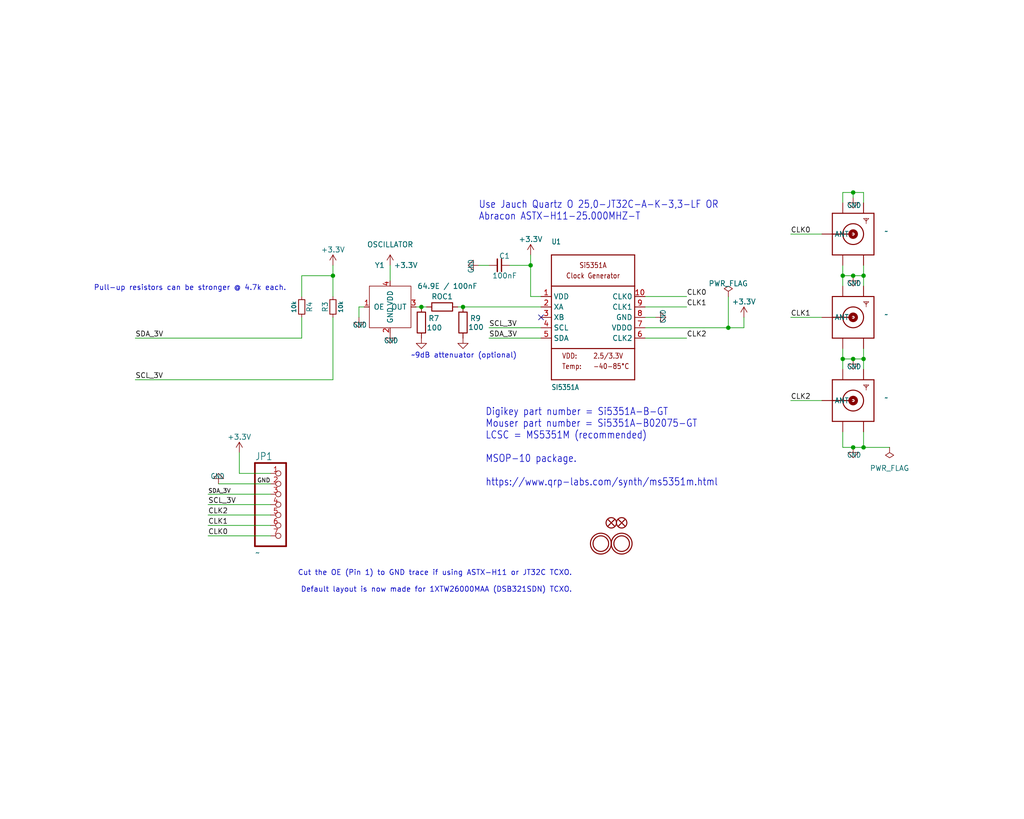
<source format=kicad_sch>
(kicad_sch (version 20221206) (generator eeschema)
  (paper "User" 250.012 200)
  (title_block (date "2023-01-04"))
  (lib_symbols
    (symbol "Adafruit Si5351A-eagle-import:FIDUCIAL{dblquote}{dblquote}"
      (symbol "FIDUCIAL{dblquote}{dblquote}_1_0"
        (polyline (pts (xy -0.762 0.762) (xy 0.762 -0.762)) (stroke (width 0.254)))
        (polyline (pts (xy 0.762 0.762) (xy -0.762 -0.762)) (stroke (width 0.254)))
        (circle (center 0 0) (radius 1.27) (stroke (width 0.254)))
      )
    )
    (symbol "Adafruit Si5351A-eagle-import:HEADER-1X7THICKER"
      (property "Reference" "JP" (at -6.35 10.795 0))
      (symbol "HEADER-1X7THICKER_1_0"
        (polyline (pts (xy -6.35 -10.16) (xy 1.27 -10.16)) (stroke (width 0.4064)))
        (polyline (pts (xy -6.35 10.16) (xy -6.35 -10.16)) (stroke (width 0.4064)))
        (polyline (pts (xy 1.27 -10.16) (xy 1.27 10.16)) (stroke (width 0.4064)))
        (polyline (pts (xy 1.27 10.16) (xy -6.35 10.16)) (stroke (width 0.4064)))
        (pin passive inverted (at -2.54 7.62 0) (length 2.54) (name "1") (number "1"))
        (pin passive inverted (at -2.54 5.08 0) (length 2.54) (name "2") (number "2"))
        (pin passive inverted (at -2.54 2.54 0) (length 2.54) (name "3") (number "3"))
        (pin passive inverted (at -2.54 0 0) (length 2.54) (name "4") (number "4"))
        (pin passive inverted (at -2.54 -2.54 0) (length 2.54) (name "5") (number "5"))
        (pin passive inverted (at -2.54 -5.08 0) (length 2.54) (name "6") (number "6"))
        (pin passive inverted (at -2.54 -7.62 0) (length 2.54) (name "7") (number "7"))
      )
    )
    (symbol "Adafruit Si5351A-eagle-import:MOUNTINGHOLE2.5"
      (symbol "MOUNTINGHOLE2.5_1_0"
        (circle (center 0 0) (radius 1.905) (stroke (width 0.254)))
        (circle (center 0 0) (radius 2.54) (stroke (width 0.254)))
      )
    )
    (symbol "Adafruit Si5351A-eagle-import:SI5351A"
      (property "Reference" "U" (at -10.16 17.78 0))
      (symbol "SI5351A_1_0"
        (polyline (pts (xy -10.16 -15.24) (xy 10.16 -15.24)) (stroke (width 0.254)))
        (polyline (pts (xy -10.16 -7.62) (xy -10.16 -15.24)) (stroke (width 0.254)))
        (polyline (pts (xy -10.16 -7.62) (xy -10.16 7.62)) (stroke (width 0.254)))
        (polyline (pts (xy -10.16 7.62) (xy -10.16 15.24)) (stroke (width 0.254)))
        (polyline (pts (xy -10.16 7.62) (xy 10.16 7.62)) (stroke (width 0.254)))
        (polyline (pts (xy -10.16 15.24) (xy 10.16 15.24)) (stroke (width 0.254)))
        (polyline (pts (xy 10.16 -15.24) (xy 10.16 -7.62)) (stroke (width 0.254)))
        (polyline (pts (xy 10.16 -7.62) (xy -10.16 -7.62)) (stroke (width 0.254)))
        (polyline (pts (xy 10.16 7.62) (xy 10.16 -7.62)) (stroke (width 0.254)))
        (polyline (pts (xy 10.16 15.24) (xy 10.16 7.62)) (stroke (width 0.254)))
        (text "-40-85°C" (at 0 -12.7 0) (effects (font (size 1.27 1.0795)) (justify left bottom)))
        (text "2.5/3.3V" (at 0 -10.16 0) (effects (font (size 1.27 1.0795)) (justify left bottom)))
        (text "Clock Generator" (at 0 10.16 0) (effects (font (size 1.27 1.0795))))
        (text "Si5351A" (at 0 12.7 0) (effects (font (size 1.27 1.0795))))
        (text "Temp:" (at -7.62 -12.7 0) (effects (font (size 1.27 1.0795)) (justify left bottom)))
        (text "VDD:" (at -7.62 -10.16 0) (effects (font (size 1.27 1.0795)) (justify left bottom)))
        (pin power_in line (at -12.7 5.08 0) (length 2.54) (name "VDD") (number "1"))
        (pin output line (at 12.7 5.08 180) (length 2.54) (name "CLK0") (number "10"))
        (pin input line (at -12.7 2.54 0) (length 2.54) (name "XA") (number "2"))
        (pin input line (at -12.7 0 0) (length 2.54) (name "XB") (number "3"))
        (pin input line (at -12.7 -2.54 0) (length 2.54) (name "SCL") (number "4"))
        (pin bidirectional line (at -12.7 -5.08 0) (length 2.54) (name "SDA") (number "5"))
        (pin output line (at 12.7 -5.08 180) (length 2.54) (name "CLK2") (number "6"))
        (pin power_in line (at 12.7 -2.54 180) (length 2.54) (name "VDDO") (number "7"))
        (pin power_in line (at 12.7 0 180) (length 2.54) (name "GND") (number "8"))
        (pin output line (at 12.7 2.54 180) (length 2.54) (name "CLK1") (number "9"))
      )
    )
    (symbol "Adafruit Si5351A-eagle-import:SMACONNECTOR_EDGE"
      (property "Reference" "X" (at 7.62 2.54 0))
      (symbol "SMACONNECTOR_EDGE_1_0"
        (polyline (pts (xy -5.08 -5.08) (xy -5.08 0)) (stroke (width 0.254)))
        (polyline (pts (xy -5.08 0) (xy -5.08 5.08)) (stroke (width 0.254)))
        (polyline (pts (xy -5.08 0) (xy 0 0)) (stroke (width 0.254)))
        (polyline (pts (xy -5.08 5.08) (xy 5.08 5.08)) (stroke (width 0.254)))
        (polyline (pts (xy 2.54 3.81) (xy 3.175 3.81)) (stroke (width 0.127)))
        (polyline (pts (xy 3.175 3.175) (xy 2.54 3.81)) (stroke (width 0.127)))
        (polyline (pts (xy 3.175 3.81) (xy 3.175 2.54)) (stroke (width 0.127)))
        (polyline (pts (xy 3.175 3.81) (xy 3.81 3.81)) (stroke (width 0.127)))
        (polyline (pts (xy 3.81 3.81) (xy 3.175 3.175)) (stroke (width 0.127)))
        (polyline (pts (xy 5.08 -5.08) (xy -5.08 -5.08)) (stroke (width 0.254)))
        (polyline (pts (xy 5.08 5.08) (xy 5.08 -5.08)) (stroke (width 0.254)))
        (circle (center 0 0) (radius 0.3592) (stroke (width 0.8128)))
        (circle (center 0 0) (radius 2.54) (stroke (width 0.254)))
        (pin power_in line (at 2.54 -7.62 90) (length 2.54) (name "GND4") (number "GND@1"))
        (pin power_in line (at -2.54 -7.62 90) (length 2.54) (name "GND3") (number "GND@2"))
        (pin power_in line (at 2.54 7.62 270) (length 2.54) (name "GND2") (number "GND@3"))
        (pin power_in line (at -2.54 7.62 270) (length 2.54) (name "GND1") (number "GND@4"))
        (pin bidirectional line (at -7.62 0 0) (length 2.54) (name "ANT") (number "P"))
      )
    )
    (symbol "Device:C_Small" (pin_numbers hide) (pin_names (offset 0.254) hide)
      (property "Reference" "C" (at 0.254 1.778 0))
      (property "Value" "C_Small" (at 0.254 -2.032 0))
      (symbol "C_Small_0_1"
        (polyline (pts (xy -1.524 -0.508) (xy 1.524 -0.508)) (stroke (width 0.3302)))
        (polyline (pts (xy -1.524 0.508) (xy 1.524 0.508)) (stroke (width 0.3048)))
      )
      (symbol "C_Small_1_1"
        (pin passive line (at 0 2.54 270) (length 2.032) (name "~") (number "1"))
        (pin passive line (at 0 -2.54 90) (length 2.032) (name "~") (number "2"))
      )
    )
    (symbol "Device:R" (pin_numbers hide) (pin_names (offset 0))
      (property "Reference" "R" (at 2.032 0 90))
      (property "Value" "R" (at 0 0 90))
      (symbol "R_0_1"
        (rectangle (start -1.016 -2.54) (end 1.016 2.54) (stroke (width 0.254)))
      )
      (symbol "R_1_1"
        (pin passive line (at 0 3.81 270) (length 1.27) (name "~") (number "1"))
        (pin passive line (at 0 -3.81 90) (length 1.27) (name "~") (number "2"))
      )
    )
    (symbol "Device:R_Small" (pin_numbers hide) (pin_names (offset 0.254) hide)
      (property "Reference" "R" (at 0.762 0.508 0))
      (property "Value" "R_Small" (at 0.762 -1.016 0))
      (symbol "R_Small_0_1"
        (rectangle (start -0.762 1.778) (end 0.762 -1.778) (stroke (width 0.2032)))
      )
      (symbol "R_Small_1_1"
        (pin passive line (at 0 2.54 270) (length 0.762) (name "~") (number "1"))
        (pin passive line (at 0 -2.54 90) (length 0.762) (name "~") (number "2"))
      )
    )
    (symbol "EtherkitKicadLibrary:OSCILLATOR" (pin_names (offset 1.016))
      (property "Reference" "U" (at -12.192 8.509 0))
      (property "Value" "OSCILLATOR" (at -7.747 6.477 0))
      (symbol "OSCILLATOR_0_1"
        (rectangle (start -5.08 5.08) (end 5.08 -5.08))
      )
      (symbol "OSCILLATOR_1_1"
        (pin passive line (at -6.35 0 0) (length 1.27) (name "OE") (number "1"))
        (pin passive line (at 0 -6.35 90) (length 1.27) (name "GND") (number "2"))
        (pin passive line (at 6.35 0 180) (length 1.27) (name "OUT") (number "3"))
        (pin passive line (at 0 6.35 270) (length 1.27) (name "VDD") (number "4"))
      )
    )
    (symbol "power:+3.3V" (power) (pin_names (offset 0))
      (property "Value" "+3.3V" (at 0 3.556 0))
      (symbol "+3.3V_0_1"
        (polyline (pts (xy -0.762 1.27) (xy 0 2.54)))
        (polyline (pts (xy 0 0) (xy 0 2.54)))
        (polyline (pts (xy 0 2.54) (xy 0.762 1.27)))
      )
      (symbol "+3.3V_1_1"
        (pin power_in line (at 0 0 90) (length 0) hide (name "+3.3V") (number "1"))
      )
    )
    (symbol "power:GND" (power) (pin_names (offset 0))
      (property "Value" "GND" (at 0 -3.81 0))
      (symbol "GND_0_1"
        (polyline (pts (xy 0 0) (xy 0 -1.27) (xy 1.27 -1.27) (xy 0 -2.54) (xy -1.27 -1.27) (xy 0 -1.27)))
      )
      (symbol "GND_1_1"
        (pin power_in line (at 0 0 270) (length 0) hide (name "GND") (number "1"))
      )
    )
    (symbol "power:PWR_FLAG" (power) (pin_numbers hide) (pin_names (offset 0) hide)
      (property "Value" "PWR_FLAG" (at 0 3.81 0))
      (symbol "PWR_FLAG_0_0"
        (pin power_out line (at 0 0 90) (length 0) (name "pwr") (number "1"))
      )
      (symbol "PWR_FLAG_0_1"
        (polyline (pts (xy 0 0) (xy 0 1.27) (xy -1.016 1.905) (xy 0 2.54) (xy 1.016 1.905) (xy 0 1.27)))
      )
    )
  )
  (junction (at 208.28 46.99))
  (junction (at 102.87 74.93))
  (junction (at 210.82 67.31))
  (junction (at 208.28 67.31))
  (junction (at 208.28 109.22))
  (junction (at 81.28 67.31))
  (junction (at 205.74 87.63))
  (junction (at 210.82 87.63))
  (junction (at 210.82 109.22))
  (junction (at 177.8 80.01))
  (junction (at 208.28 87.63))
  (junction (at 129.54 64.77))
  (junction (at 113.03 74.93))
  (junction (at 205.74 67.31))
  (no_connect (at 132.08 77.47))
  (wire (pts (xy 81.28 77.47) (xy 81.28 92.71)))
  (wire (pts (xy 124.46 64.77) (xy 129.54 64.77)))
  (wire (pts (xy 200.66 77.47) (xy 193.04 77.47)))
  (wire (pts (xy 205.74 67.31) (xy 208.28 67.31)))
  (wire (pts (xy 210.82 85.09) (xy 210.82 87.63)))
  (wire (pts (xy 205.74 109.22) (xy 208.28 109.22)))
  (wire (pts (xy 73.66 67.31) (xy 81.28 67.31)))
  (wire (pts (xy 210.82 64.77) (xy 210.82 67.31)))
  (wire (pts (xy 205.74 46.99) (xy 208.28 46.99)))
  (wire (pts (xy 205.74 64.77) (xy 205.74 67.31)))
  (wire (pts (xy 50.8 123.19) (xy 66.04 123.19)))
  (wire (pts (xy 73.66 67.31) (xy 73.66 72.39)))
  (wire (pts (xy 210.82 67.31) (xy 210.82 69.85)))
  (wire (pts (xy 177.8 72.39) (xy 177.8 80.01)))
  (wire (pts (xy 157.48 80.01) (xy 177.8 80.01)))
  (wire (pts (xy 113.03 74.93) (xy 132.08 74.93)))
  (wire (pts (xy 208.28 46.99) (xy 208.28 48.26)))
  (wire (pts (xy 58.42 110.49) (xy 58.42 115.57)))
  (wire (pts (xy 132.08 82.55) (xy 119.38 82.55)))
  (wire (pts (xy 129.54 62.23) (xy 129.54 64.77)))
  (wire (pts (xy 119.38 64.77) (xy 116.84 64.77)))
  (wire (pts (xy 210.82 87.63) (xy 210.82 90.17)))
  (wire (pts (xy 208.28 67.31) (xy 210.82 67.31)))
  (wire (pts (xy 111.76 74.93) (xy 113.03 74.93)))
  (wire (pts (xy 81.28 67.31) (xy 81.28 64.77)))
  (wire (pts (xy 205.74 46.99) (xy 205.74 49.53)))
  (wire (pts (xy 205.74 85.09) (xy 205.74 87.63)))
  (wire (pts (xy 81.28 67.31) (xy 81.28 72.39)))
  (wire (pts (xy 66.04 125.73) (xy 50.8 125.73)))
  (wire (pts (xy 66.04 128.27) (xy 50.8 128.27)))
  (wire (pts (xy 200.66 97.79) (xy 193.04 97.79)))
  (wire (pts (xy 205.74 105.41) (xy 205.74 109.22)))
  (wire (pts (xy 205.74 87.63) (xy 208.28 87.63)))
  (wire (pts (xy 53.34 118.11) (xy 66.04 118.11)))
  (wire (pts (xy 177.8 80.01) (xy 181.61 80.01)))
  (wire (pts (xy 33.02 82.55) (xy 73.66 82.55)))
  (wire (pts (xy 101.6 74.93) (xy 102.87 74.93)))
  (wire (pts (xy 157.48 72.39) (xy 167.64 72.39)))
  (wire (pts (xy 210.82 105.41) (xy 210.82 109.22)))
  (wire (pts (xy 132.08 72.39) (xy 129.54 72.39)))
  (wire (pts (xy 50.8 120.65) (xy 66.04 120.65)))
  (wire (pts (xy 102.87 74.93) (xy 104.14 74.93)))
  (wire (pts (xy 87.63 77.47) (xy 87.63 74.93)))
  (wire (pts (xy 200.66 57.15) (xy 193.04 57.15)))
  (wire (pts (xy 210.82 109.22) (xy 217.17 109.22)))
  (wire (pts (xy 132.08 80.01) (xy 119.38 80.01)))
  (wire (pts (xy 208.28 46.99) (xy 210.82 46.99)))
  (wire (pts (xy 205.74 67.31) (xy 205.74 69.85)))
  (wire (pts (xy 208.28 87.63) (xy 210.82 87.63)))
  (wire (pts (xy 129.54 64.77) (xy 129.54 72.39)))
  (wire (pts (xy 157.48 82.55) (xy 167.64 82.55)))
  (wire (pts (xy 87.63 74.93) (xy 88.9 74.93)))
  (wire (pts (xy 33.02 92.71) (xy 81.28 92.71)))
  (wire (pts (xy 181.61 77.47) (xy 181.61 80.01)))
  (wire (pts (xy 210.82 46.99) (xy 210.82 49.53)))
  (wire (pts (xy 208.28 109.22) (xy 210.82 109.22)))
  (wire (pts (xy 95.25 64.77) (xy 95.25 68.58)))
  (wire (pts (xy 157.48 77.47) (xy 160.02 77.47)))
  (wire (pts (xy 205.74 87.63) (xy 205.74 90.17)))
  (wire (pts (xy 157.48 74.93) (xy 167.64 74.93)))
  (wire (pts (xy 73.66 77.47) (xy 73.66 82.55)))
  (wire (pts (xy 66.04 130.81) (xy 50.8 130.81)))
  (wire (pts (xy 66.04 115.57) (xy 58.42 115.57)))
  (text "~9dB attenuator (optional)" (at 100.33 87.63 0) (effects (font (size 1.27 1.27)) (justify left bottom)))
  (text "Use Jauch Quartz O 25,0-JT32C-A-K-3,3-LF OR\nAbracon ASTX-H11-25.000MHZ-T\n" (at 116.84 53.975 0) (effects (font (size 1.778 1.5113)) (justify left bottom)))
  (text "Cut the OE (Pin 1) to GND trace if using ASTX-H11 or JT32C TCXO.\n\nDefault layout is now made for 1XTW26000MAA (DSB321SDN) TCXO." (at 139.7 144.78 0) (effects (font (size 1.27 1.27)) (justify right bottom)))
  (text "Pull-up resistors can be stronger @ 4.7k each." (at 22.86 71.12 0) (effects (font (size 1.27 1.27)) (justify left bottom)))
  (text "Digikey part number = Si5351A-B-GT\nMouser part number = Si5351A-B02075-GT\nLCSC = MS5351M (recommended)\n\nMSOP-10 package.\n\nhttps://www.qrp-labs.com/synth/ms5351m.html" (at 118.491 118.872 0) (effects (font (size 1.778 1.5113)) (justify left bottom)))
  (label "SCL_3V" (at 33.02 92.71 0) (effects (font (size 1.2446 1.2446))))
  (label "GND" (at 66.04 118.11 180) (effects (font (size 1.016 1.016))))
  (label "SDA_3V" (at 119.38 82.55 0) (effects (font (size 1.2446 1.2446))))
  (label "CLK1" (at 193.04 77.47 0) (effects (font (size 1.2446 1.2446))))
  (label "SCL_3V" (at 50.8 123.19 0) (effects (font (size 1.2446 1.2446))))
  (label "CLK2" (at 50.8 125.73 0) (effects (font (size 1.2446 1.2446))))
  (label "CLK2" (at 193.04 97.79 0) (effects (font (size 1.2446 1.2446))))
  (label "CLK1" (at 50.8 128.27 0) (effects (font (size 1.2446 1.2446))))
  (label "SDA_3V" (at 50.8 120.65 0) (effects (font (size 1 1))))
  (label "CLK0" (at 50.8 130.81 0) (effects (font (size 1.2446 1.2446))))
  (label "SCL_3V" (at 119.38 80.01 0) (effects (font (size 1.2446 1.2446))))
  (label "CLK2" (at 167.64 82.55 0) (effects (font (size 1.2446 1.2446))))
  (label "CLK1" (at 167.64 74.93 0) (effects (font (size 1.2446 1.2446))))
  (label "CLK0" (at 167.64 72.39 0) (effects (font (size 1.2446 1.2446))))
  (label "SDA_3V" (at 33.02 82.55 0) (effects (font (size 1.2446 1.2446))))
  (label "CLK0" (at 193.04 57.15 0) (effects (font (size 1.2446 1.2446))))
  (symbol (lib_id "Adafruit Si5351A-eagle-import:HEADER-1X7THICKER") (at 68.58 123.19 0) (unit 1)
    (property "Reference" "JP1" (at 62.23 112.395 0) (effects (font (size 1.778 1.5113)) (justify left bottom)))
    (property "Value" "~" (at 62.23 135.89 0) (effects (font (size 1.778 1.5113)) (justify left bottom)))
    (property "Footprint" "Adafruit Si5351A:1X07_ROUND_76" (effects hide))
  )
  (symbol (lib_id "power:GND") (at 208.28 87.63 0) (unit 1)
    (property "Reference" "#U$07" (effects hide))
    (property "Value" "~" (at 206.756 90.17 0) (effects (font (size 1.27 1.0795)) (justify left bottom)))
    (property "Footprint" "Adafruit Si5351A:" (effects hide))
  )
  (symbol (lib_id "Adafruit Si5351A-eagle-import:FIDUCIAL{dblquote}{dblquote}") (at 149.225 127.635 0) (unit 1)
    (property "Reference" "FID2" (effects hide))
    (property "Footprint" "Fiducial:Fiducial_1mm_Mask2mm" (effects hide))
  )
  (symbol (lib_id "power:GND") (at 102.87 82.55 0) (unit 1)
    (property "Reference" "#PWR024" (effects hide))
    (property "Value" "GND" (effects hide))
  )
  (symbol (lib_id "Adafruit Si5351A-eagle-import:SI5351A") (at 144.78 77.47 0) (unit 1)
    (property "Reference" "U1" (at 134.62 59.69 0) (effects (font (size 1.27 1.0795)) (justify left bottom)))
    (property "Value" "SI5351A" (at 134.62 95.25 0) (effects (font (size 1.27 1.0795)) (justify left bottom)))
    (property "Footprint" "Package_SO:MSOP-10_3x3mm_P0.5mm" (effects hide))
  )
  (symbol (lib_id "power:+3.3V") (at 81.28 64.77 0) (unit 1)
    (property "Reference" "#PWR01" (effects hide))
    (property "Value" "+3.3V" (at 81.28 60.96 0))
  )
  (symbol (lib_id "Adafruit Si5351A-eagle-import:SMACONNECTOR_EDGE") (at 208.28 97.79 0) (unit 1)
    (property "Reference" "X3" (effects hide))
    (property "Value" "~" (at 215.9 97.79 0) (effects (font (size 1.27 1.0795)) (justify left bottom)))
    (property "Footprint" "footprints:SMA_EDGELAUNCH_Same" (effects hide))
  )
  (symbol (lib_id "Adafruit Si5351A-eagle-import:SMACONNECTOR_EDGE") (at 208.28 57.15 0) (unit 1)
    (property "Reference" "X1" (effects hide))
    (property "Value" "~" (at 215.9 57.15 0) (effects (font (size 1.27 1.0795)) (justify left bottom)))
    (property "Footprint" "footprints:SMA_EDGELAUNCH_Same" (effects hide))
  )
  (symbol (lib_id "Device:R_Small") (at 73.66 74.93 180) (unit 1)
    (property "Reference" "R4" (at 75.565 74.93 90))
    (property "Value" "10k" (at 71.755 74.93 90) (effects (font (size 1.016 1.016) bold)))
    (property "Footprint" "Resistor_SMD:R_0805_2012Metric_Pad1.20x1.40mm_HandSolder" (effects hide))
  )
  (symbol (lib_id "Adafruit Si5351A-eagle-import:MOUNTINGHOLE2.5") (at 151.765 132.715 0) (unit 1)
    (property "Reference" "H2" (effects hide))
    (property "Value" "MOUNTINGHOLE2.5" (effects hide))
    (property "Footprint" "MountingHole:MountingHole_2.5mm" (effects hide))
  )
  (symbol (lib_id "power:+3.3V") (at 181.61 77.47 0) (unit 1)
    (property "Reference" "#PWR03" (effects hide))
    (property "Value" "+3.3V" (at 181.61 73.66 0))
  )
  (symbol (lib_id "power:GND") (at 160.02 77.47 90) (unit 1)
    (property "Reference" "#U$03" (effects hide))
    (property "Value" "~" (at 162.56 78.994 0) (effects (font (size 1.27 1.0795)) (justify left bottom)))
    (property "Footprint" "Adafruit Si5351A:" (effects hide))
  )
  (symbol (lib_id "Device:R") (at 113.03 78.74 0) (unit 1)
    (property "Reference" "R9" (at 116.078 77.724 0))
    (property "Value" "100" (at 116.205 79.883 0))
    (property "Footprint" "Resistor_SMD:R_0805_2012Metric" (effects hide))
  )
  (symbol (lib_id "power:+3.3V") (at 58.42 110.49 0) (unit 1)
    (property "Reference" "#PWR0101" (effects hide))
    (property "Value" "+3.3V" (at 58.42 106.68 0))
  )
  (symbol (lib_id "EtherkitKicadLibrary:OSCILLATOR") (at 95.25 74.93 0) (unit 1)
    (property "Reference" "Y1" (at 92.71 64.77 0))
    (property "Value" "OSCILLATOR" (at 95.25 59.69 0))
    (property "Footprint" "footprints:XTAL_ASTX-H11-25.000MHZ-T-Same" (effects hide))
  )
  (symbol (lib_id "Device:R") (at 102.87 78.74 0) (unit 1)
    (property "Reference" "R7" (at 105.918 77.724 0))
    (property "Value" "100" (at 106.045 80.01 0))
    (property "Footprint" "Resistor_SMD:R_0805_2012Metric" (effects hide))
  )
  (symbol (lib_id "power:GND") (at 53.34 118.11 180) (unit 1)
    (property "Reference" "#U$021" (effects hide))
    (property "Value" "~" (at 54.864 115.57 0) (effects (font (size 1.27 1.0795)) (justify left bottom)))
    (property "Footprint" "Adafruit Si5351A:" (effects hide))
  )
  (symbol (lib_id "power:GND") (at 208.28 48.26 0) (unit 1)
    (property "Reference" "#U$09" (effects hide))
    (property "Value" "~" (at 206.756 50.8 0) (effects (font (size 1.27 1.0795)) (justify left bottom)))
    (property "Footprint" "Adafruit Si5351A:" (effects hide))
  )
  (symbol (lib_id "Device:C_Small") (at 121.92 64.77 270) (unit 1)
    (property "Reference" "C1" (at 123.17 62.48 90))
    (property "Value" "100nF" (at 123.19 67.31 90))
    (property "Footprint" "Capacitor_SMD:C_0805_2012Metric_Pad1.18x1.45mm_HandSolder" (effects hide))
  )
  (symbol (lib_id "Adafruit Si5351A-eagle-import:FIDUCIAL{dblquote}{dblquote}") (at 151.765 127.635 0) (unit 1)
    (property "Reference" "FID1" (effects hide))
    (property "Footprint" "Fiducial:Fiducial_1mm_Mask2mm" (effects hide))
  )
  (symbol (lib_id "Device:R") (at 107.95 74.93 90) (unit 1)
    (property "Reference" "ROC1" (at 107.95 72.39 90))
    (property "Value" "64.9E / 100nF" (at 109.22 69.85 90))
    (property "Footprint" "Resistor_SMD:R_0805_2012Metric" (effects hide))
  )
  (symbol (lib_id "power:+3.3V") (at 95.25 64.77 0) (unit 1)
    (property "Reference" "#PWR0102" (effects hide))
    (property "Value" "+3.3V" (at 99.06 64.77 0))
  )
  (symbol (lib_id "power:PWR_FLAG") (at 217.17 109.22 180) (unit 1)
    (property "Reference" "#FLG01" (effects hide))
    (property "Value" "PWR_FLAG" (at 217.17 114.3 0))
  )
  (symbol (lib_id "power:GND") (at 87.63 77.47 0) (unit 1)
    (property "Reference" "#U$0102" (effects hide))
    (property "Value" "~" (at 86.106 80.01 0) (effects (font (size 1.27 1.0795)) (justify left bottom)))
    (property "Footprint" "Adafruit Si5351A:" (effects hide))
  )
  (symbol (lib_id "power:GND") (at 208.28 109.22 0) (unit 1)
    (property "Reference" "#U$06" (effects hide))
    (property "Value" "~" (at 206.756 111.76 0) (effects (font (size 1.27 1.0795)) (justify left bottom)))
    (property "Footprint" "Adafruit Si5351A:" (effects hide))
  )
  (symbol (lib_id "power:GND") (at 116.84 64.77 270) (unit 1)
    (property "Reference" "#U$0101" (effects hide))
    (property "Value" "~" (at 114.3 63.246 0) (effects (font (size 1.27 1.0795)) (justify left bottom)))
    (property "Footprint" "Adafruit Si5351A:" (effects hide))
  )
  (symbol (lib_id "Device:R_Small") (at 81.28 74.93 180) (unit 1)
    (property "Reference" "R3" (at 79.375 74.93 90))
    (property "Value" "10k" (at 83.185 74.93 90) (effects (font (size 1.016 1.016) bold)))
    (property "Footprint" "Resistor_SMD:R_0805_2012Metric_Pad1.20x1.40mm_HandSolder" (effects hide))
  )
  (symbol (lib_id "power:GND") (at 95.25 81.28 0) (unit 1)
    (property "Reference" "#U$04" (effects hide))
    (property "Value" "~" (at 93.726 83.82 0) (effects (font (size 1.27 1.0795)) (justify left bottom)))
    (property "Footprint" "Adafruit Si5351A:" (effects hide))
  )
  (symbol (lib_id "power:PWR_FLAG") (at 177.8 72.39 0) (unit 1)
    (property "Reference" "#FLG0101" (effects hide))
    (property "Value" "PWR_FLAG" (at 177.8 69.215 0))
  )
  (symbol (lib_id "Adafruit Si5351A-eagle-import:SMACONNECTOR_EDGE") (at 208.28 77.47 0) (unit 1)
    (property "Reference" "X2" (effects hide))
    (property "Value" "~" (at 215.9 77.47 0) (effects (font (size 1.27 1.0795)) (justify left bottom)))
    (property "Footprint" "footprints:SMA_EDGELAUNCH_Same" (effects hide))
  )
  (symbol (lib_id "power:GND") (at 208.28 67.31 0) (unit 1)
    (property "Reference" "#U$08" (effects hide))
    (property "Value" "~" (at 206.756 69.85 0) (effects (font (size 1.27 1.0795)) (justify left bottom)))
    (property "Footprint" "Adafruit Si5351A:" (effects hide))
  )
  (symbol (lib_id "power:GND") (at 113.03 82.55 0) (unit 1)
    (property "Reference" "#PWR025" (effects hide))
    (property "Value" "GND" (effects hide))
  )
  (symbol (lib_id "power:+3.3V") (at 129.54 62.23 0) (unit 1)
    (property "Reference" "#PWR02" (effects hide))
    (property "Value" "+3.3V" (at 129.54 58.42 0))
  )
  (symbol (lib_id "Adafruit Si5351A-eagle-import:MOUNTINGHOLE2.5") (at 146.685 132.715 0) (unit 1)
    (property "Reference" "H1" (effects hide))
    (property "Value" "MOUNTINGHOLE2.5" (effects hide))
    (property "Footprint" "MountingHole:MountingHole_2.5mm" (effects hide))
  )
)
</source>
